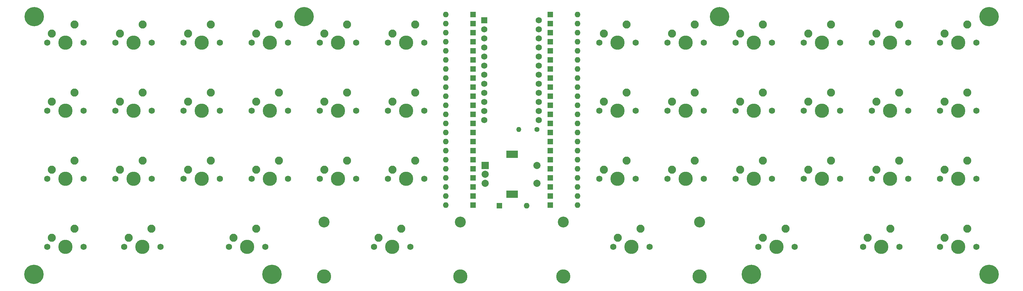
<source format=gbr>
%TF.GenerationSoftware,KiCad,Pcbnew,(6.0.7)*%
%TF.CreationDate,2022-10-09T17:02:24+02:00*%
%TF.ProjectId,skoosk,736b6f6f-736b-42e6-9b69-6361645f7063,rev?*%
%TF.SameCoordinates,Original*%
%TF.FileFunction,Soldermask,Bot*%
%TF.FilePolarity,Negative*%
%FSLAX46Y46*%
G04 Gerber Fmt 4.6, Leading zero omitted, Abs format (unit mm)*
G04 Created by KiCad (PCBNEW (6.0.7)) date 2022-10-09 17:02:24*
%MOMM*%
%LPD*%
G01*
G04 APERTURE LIST*
%ADD10R,1.600000X1.600000*%
%ADD11O,1.600000X1.600000*%
%ADD12C,1.750000*%
%ADD13C,3.987800*%
%ADD14C,2.250000*%
%ADD15R,1.752600X1.752600*%
%ADD16C,1.752600*%
%ADD17C,3.048000*%
%ADD18R,2.000000X2.000000*%
%ADD19C,2.000000*%
%ADD20R,3.200000X2.000000*%
%ADD21C,5.400000*%
%ADD22C,1.400000*%
%ADD23O,1.400000X1.400000*%
G04 APERTURE END LIST*
D10*
%TO.C,D28*%
X128270000Y-51689000D03*
D11*
X120650000Y-51689000D03*
%TD*%
D12*
%TO.C,MX30*%
X114681000Y-59563000D03*
X104521000Y-59563000D03*
D13*
X109601000Y-59563000D03*
D14*
X105791000Y-57023000D03*
X112141000Y-54483000D03*
%TD*%
D15*
%TO.C,U1*%
X131445000Y-15194700D03*
D16*
X131445000Y-17734700D03*
X131445000Y-20274700D03*
X131445000Y-22814700D03*
X131445000Y-25354700D03*
X131445000Y-27894700D03*
X131445000Y-30434700D03*
X131445000Y-32974700D03*
X131445000Y-35514700D03*
X131445000Y-38054700D03*
X131445000Y-40594700D03*
X131445000Y-43134700D03*
X146685000Y-43134700D03*
X146685000Y-40594700D03*
X146685000Y-38054700D03*
X146685000Y-35514700D03*
X146685000Y-32974700D03*
X146685000Y-30434700D03*
X146685000Y-27894700D03*
X146685000Y-25354700D03*
X146685000Y-22814700D03*
X146685000Y-20274700D03*
X146685000Y-17734700D03*
X146685000Y-15194700D03*
%TD*%
D12*
%TO.C,MX16*%
X76581000Y-40513000D03*
D13*
X71501000Y-40513000D03*
D12*
X66421000Y-40513000D03*
D14*
X67691000Y-37973000D03*
X74041000Y-35433000D03*
%TD*%
D10*
%TO.C,D3*%
X128270000Y-18669000D03*
D11*
X120650000Y-18669000D03*
%TD*%
D13*
%TO.C,MX14*%
X33401000Y-40513000D03*
D12*
X28321000Y-40513000D03*
X38481000Y-40513000D03*
D14*
X29591000Y-37973000D03*
X35941000Y-35433000D03*
%TD*%
D13*
%TO.C,MX44*%
X263906000Y-78613000D03*
D12*
X268986000Y-78613000D03*
X258826000Y-78613000D03*
D14*
X260096000Y-76073000D03*
X266446000Y-73533000D03*
%TD*%
D12*
%TO.C,MX28*%
X76581000Y-59563000D03*
X66421000Y-59563000D03*
D13*
X71501000Y-59563000D03*
D14*
X67691000Y-57023000D03*
X74041000Y-54483000D03*
%TD*%
D10*
%TO.C,D14*%
X128270000Y-31369000D03*
D11*
X120650000Y-31369000D03*
%TD*%
D10*
%TO.C,D43*%
X149860000Y-61849000D03*
D11*
X157480000Y-61849000D03*
%TD*%
D13*
%TO.C,MX41*%
X191643000Y-86868000D03*
X172593000Y-78613000D03*
D12*
X177673000Y-78613000D03*
D13*
X153543000Y-86868000D03*
D17*
X191643000Y-71628000D03*
D12*
X167513000Y-78613000D03*
D17*
X153543000Y-71628000D03*
D14*
X168783000Y-76073000D03*
X175133000Y-73533000D03*
%TD*%
D10*
%TO.C,D2*%
X128270000Y-16129000D03*
D11*
X120650000Y-16129000D03*
%TD*%
D10*
%TO.C,D23*%
X149860000Y-31369000D03*
D11*
X157480000Y-31369000D03*
%TD*%
D12*
%TO.C,MX35*%
X239776000Y-59563000D03*
D13*
X244856000Y-59563000D03*
D12*
X249936000Y-59563000D03*
D14*
X241046000Y-57023000D03*
X247396000Y-54483000D03*
%TD*%
D12*
%TO.C,MX24*%
X258826000Y-40513000D03*
X268986000Y-40513000D03*
D13*
X263906000Y-40513000D03*
D14*
X260096000Y-37973000D03*
X266446000Y-35433000D03*
%TD*%
D13*
%TO.C,MX43*%
X242443000Y-78613000D03*
D12*
X237363000Y-78613000D03*
X247523000Y-78613000D03*
D14*
X238633000Y-76073000D03*
X244983000Y-73533000D03*
%TD*%
D18*
%TO.C,SW2*%
X131692000Y-55793000D03*
D19*
X131692000Y-60793000D03*
X131692000Y-58293000D03*
D20*
X139192000Y-52693000D03*
X139192000Y-63893000D03*
D19*
X146192000Y-60793000D03*
X146192000Y-55793000D03*
%TD*%
D21*
%TO.C,H1*%
X5588000Y-14147800D03*
%TD*%
D10*
%TO.C,D6*%
X128270000Y-26289000D03*
D11*
X120650000Y-26289000D03*
%TD*%
D13*
%TO.C,MX26*%
X33401000Y-59563000D03*
D12*
X28321000Y-59563000D03*
X38481000Y-59563000D03*
D14*
X29591000Y-57023000D03*
X35941000Y-54483000D03*
%TD*%
D21*
%TO.C,H2*%
X81026000Y-14147800D03*
%TD*%
D10*
%TO.C,D34*%
X149860000Y-49149000D03*
D11*
X157480000Y-49149000D03*
%TD*%
D12*
%TO.C,MX7*%
X173736000Y-21463000D03*
D13*
X168656000Y-21463000D03*
D12*
X163576000Y-21463000D03*
D14*
X164846000Y-18923000D03*
X171196000Y-16383000D03*
%TD*%
D13*
%TO.C,MX5*%
X90551000Y-21463000D03*
D12*
X95631000Y-21463000D03*
X85471000Y-21463000D03*
D14*
X86741000Y-18923000D03*
X93091000Y-16383000D03*
%TD*%
D10*
%TO.C,D5*%
X128270000Y-23749000D03*
D11*
X120650000Y-23749000D03*
%TD*%
D13*
%TO.C,MX15*%
X52451000Y-40513000D03*
D12*
X57531000Y-40513000D03*
X47371000Y-40513000D03*
D14*
X48641000Y-37973000D03*
X54991000Y-35433000D03*
%TD*%
D10*
%TO.C,D40*%
X128270000Y-66929000D03*
D11*
X120650000Y-66929000D03*
%TD*%
D10*
%TO.C,D4*%
X128270000Y-21209000D03*
D11*
X120650000Y-21209000D03*
%TD*%
D10*
%TO.C,D24*%
X149860000Y-28829000D03*
D11*
X157480000Y-28829000D03*
%TD*%
D12*
%TO.C,MX18*%
X104521000Y-40513000D03*
D13*
X109601000Y-40513000D03*
D12*
X114681000Y-40513000D03*
D14*
X105791000Y-37973000D03*
X112141000Y-35433000D03*
%TD*%
D21*
%TO.C,H7*%
X206095600Y-86283800D03*
%TD*%
D12*
%TO.C,MX21*%
X211836000Y-40513000D03*
X201676000Y-40513000D03*
D13*
X206756000Y-40513000D03*
D14*
X202946000Y-37973000D03*
X209296000Y-35433000D03*
%TD*%
D10*
%TO.C,D39*%
X128270000Y-64389000D03*
D11*
X120650000Y-64389000D03*
%TD*%
D13*
%TO.C,MX11*%
X244856000Y-21463000D03*
D12*
X249936000Y-21463000D03*
X239776000Y-21463000D03*
D14*
X241046000Y-18923000D03*
X247396000Y-16383000D03*
%TD*%
D10*
%TO.C,D27*%
X128270000Y-49149000D03*
D11*
X120650000Y-49149000D03*
%TD*%
D10*
%TO.C,D30*%
X128270000Y-56769000D03*
D11*
X120650000Y-56769000D03*
%TD*%
D10*
%TO.C,D22*%
X149860000Y-33909000D03*
D11*
X157480000Y-33909000D03*
%TD*%
D10*
%TO.C,D18*%
X128270000Y-41529000D03*
D11*
X120650000Y-41529000D03*
%TD*%
D12*
%TO.C,MX40*%
X110744000Y-78613000D03*
X100584000Y-78613000D03*
D13*
X105664000Y-78613000D03*
X86614000Y-86868000D03*
D17*
X86614000Y-71628000D03*
D13*
X124714000Y-86868000D03*
D17*
X124714000Y-71628000D03*
D14*
X101854000Y-76073000D03*
X108204000Y-73533000D03*
%TD*%
D10*
%TO.C,D21*%
X149860000Y-36449000D03*
D11*
X157480000Y-36449000D03*
%TD*%
D10*
%TO.C,D36*%
X149860000Y-44069000D03*
D11*
X157480000Y-44069000D03*
%TD*%
D13*
%TO.C,MX10*%
X225806000Y-21463000D03*
D12*
X220726000Y-21463000D03*
X230886000Y-21463000D03*
D14*
X221996000Y-18923000D03*
X228346000Y-16383000D03*
%TD*%
D10*
%TO.C,D31*%
X149860000Y-56769000D03*
D11*
X157480000Y-56769000D03*
%TD*%
D10*
%TO.C,D32*%
X149860000Y-54229000D03*
D11*
X157480000Y-54229000D03*
%TD*%
D13*
%TO.C,MX4*%
X71501000Y-21463000D03*
D12*
X76581000Y-21463000D03*
X66421000Y-21463000D03*
D14*
X67691000Y-18923000D03*
X74041000Y-16383000D03*
%TD*%
D21*
%TO.C,H3*%
X197205600Y-14147800D03*
%TD*%
D12*
%TO.C,MX32*%
X182626000Y-59563000D03*
D13*
X187706000Y-59563000D03*
D12*
X192786000Y-59563000D03*
D14*
X183896000Y-57023000D03*
X190246000Y-54483000D03*
%TD*%
D12*
%TO.C,MX22*%
X230886000Y-40513000D03*
D13*
X225806000Y-40513000D03*
D12*
X220726000Y-40513000D03*
D14*
X221996000Y-37973000D03*
X228346000Y-35433000D03*
%TD*%
D22*
%TO.C,Rrgb1*%
X146177000Y-45720000D03*
D23*
X141097000Y-45720000D03*
%TD*%
D10*
%TO.C,D35*%
X149860000Y-46609000D03*
D11*
X157480000Y-46609000D03*
%TD*%
D10*
%TO.C,D12*%
X149860000Y-13589000D03*
D11*
X157480000Y-13589000D03*
%TD*%
D21*
%TO.C,H8*%
X272567400Y-86258400D03*
%TD*%
D12*
%TO.C,MX27*%
X47371000Y-59563000D03*
X57531000Y-59563000D03*
D13*
X52451000Y-59563000D03*
D14*
X48641000Y-57023000D03*
X54991000Y-54483000D03*
%TD*%
D12*
%TO.C,MX36*%
X258826000Y-59537600D03*
X268986000Y-59537600D03*
D13*
X263906000Y-59537600D03*
D14*
X260096000Y-56997600D03*
X266446000Y-54457600D03*
%TD*%
D10*
%TO.C,D9*%
X149860000Y-21209000D03*
D11*
X157480000Y-21209000D03*
%TD*%
D13*
%TO.C,MX20*%
X187706000Y-40513000D03*
D12*
X182626000Y-40513000D03*
X192786000Y-40513000D03*
D14*
X183896000Y-37973000D03*
X190246000Y-35433000D03*
%TD*%
D10*
%TO.C,D15*%
X128270000Y-33909000D03*
D11*
X120650000Y-33909000D03*
%TD*%
D10*
%TO.C,D51*%
X135636000Y-67056000D03*
D11*
X143256000Y-67056000D03*
%TD*%
D10*
%TO.C,D7*%
X149860000Y-26289000D03*
D11*
X157480000Y-26289000D03*
%TD*%
D12*
%TO.C,MX25*%
X9271000Y-59563000D03*
X19431000Y-59563000D03*
D13*
X14351000Y-59563000D03*
D14*
X10541000Y-57023000D03*
X16891000Y-54483000D03*
%TD*%
D10*
%TO.C,D33*%
X149860000Y-51689000D03*
D11*
X157480000Y-51689000D03*
%TD*%
D10*
%TO.C,D17*%
X128270000Y-38989000D03*
D11*
X120650000Y-38989000D03*
%TD*%
D10*
%TO.C,D16*%
X128270000Y-36449000D03*
D11*
X120650000Y-36449000D03*
%TD*%
D12*
%TO.C,MX42*%
X218186000Y-78613000D03*
D13*
X213106000Y-78613000D03*
D12*
X208026000Y-78613000D03*
D14*
X209296000Y-76073000D03*
X215646000Y-73533000D03*
%TD*%
D12*
%TO.C,MX33*%
X201676000Y-59563000D03*
D13*
X206756000Y-59563000D03*
D12*
X211836000Y-59563000D03*
D14*
X202946000Y-57023000D03*
X209296000Y-54483000D03*
%TD*%
D12*
%TO.C,MX38*%
X40894000Y-78613000D03*
D13*
X35814000Y-78613000D03*
D12*
X30734000Y-78613000D03*
D14*
X32004000Y-76073000D03*
X38354000Y-73533000D03*
%TD*%
D13*
%TO.C,MX13*%
X14325600Y-40513000D03*
D12*
X9245600Y-40513000D03*
X19405600Y-40513000D03*
D14*
X10515600Y-37973000D03*
X16865600Y-35433000D03*
%TD*%
D10*
%TO.C,D42*%
X149860000Y-64389000D03*
D11*
X157480000Y-64389000D03*
%TD*%
D12*
%TO.C,MX6*%
X104521000Y-21463000D03*
D13*
X109601000Y-21463000D03*
D12*
X114681000Y-21463000D03*
D14*
X105791000Y-18923000D03*
X112141000Y-16383000D03*
%TD*%
D12*
%TO.C,MX3*%
X47371000Y-21463000D03*
X57531000Y-21463000D03*
D13*
X52451000Y-21463000D03*
D14*
X48641000Y-18923000D03*
X54991000Y-16383000D03*
%TD*%
D21*
%TO.C,H6*%
X72059800Y-86283800D03*
%TD*%
D12*
%TO.C,MX2*%
X38481000Y-21463000D03*
D13*
X33401000Y-21463000D03*
D12*
X28321000Y-21463000D03*
D14*
X29591000Y-18923000D03*
X35941000Y-16383000D03*
%TD*%
D12*
%TO.C,MX17*%
X85471000Y-40513000D03*
X95631000Y-40513000D03*
D13*
X90551000Y-40513000D03*
D14*
X86741000Y-37973000D03*
X93091000Y-35433000D03*
%TD*%
D10*
%TO.C,D11*%
X149860000Y-16129000D03*
D11*
X157480000Y-16129000D03*
%TD*%
D12*
%TO.C,MX1*%
X19405600Y-21463000D03*
X9245600Y-21463000D03*
D13*
X14325600Y-21463000D03*
D14*
X10515600Y-18923000D03*
X16865600Y-16383000D03*
%TD*%
D10*
%TO.C,D25*%
X128270000Y-44069000D03*
D11*
X120650000Y-44069000D03*
%TD*%
D13*
%TO.C,MX37*%
X14351000Y-78613000D03*
D12*
X9271000Y-78613000D03*
X19431000Y-78613000D03*
D14*
X10541000Y-76073000D03*
X16891000Y-73533000D03*
%TD*%
D12*
%TO.C,MX39*%
X60071000Y-78613000D03*
X70231000Y-78613000D03*
D13*
X65151000Y-78613000D03*
D14*
X61341000Y-76073000D03*
X67691000Y-73533000D03*
%TD*%
D10*
%TO.C,D19*%
X149860000Y-41529000D03*
D11*
X157480000Y-41529000D03*
%TD*%
D10*
%TO.C,D8*%
X149860000Y-23749000D03*
D11*
X157480000Y-23749000D03*
%TD*%
D21*
%TO.C,H4*%
X272592800Y-14173200D03*
%TD*%
D13*
%TO.C,MX23*%
X244856000Y-40513000D03*
D12*
X239776000Y-40513000D03*
X249936000Y-40513000D03*
D14*
X241046000Y-37973000D03*
X247396000Y-35433000D03*
%TD*%
D10*
%TO.C,D44*%
X149860000Y-59309000D03*
D11*
X157480000Y-59309000D03*
%TD*%
D12*
%TO.C,MX9*%
X201676000Y-21463000D03*
D13*
X206756000Y-21463000D03*
D12*
X211836000Y-21463000D03*
D14*
X202946000Y-18923000D03*
X209296000Y-16383000D03*
%TD*%
D10*
%TO.C,D20*%
X149860000Y-38989000D03*
D11*
X157480000Y-38989000D03*
%TD*%
D12*
%TO.C,MX34*%
X230886000Y-59563000D03*
X220726000Y-59563000D03*
D13*
X225806000Y-59563000D03*
D14*
X221996000Y-57023000D03*
X228346000Y-54483000D03*
%TD*%
D10*
%TO.C,D26*%
X128270000Y-46609000D03*
D11*
X120650000Y-46609000D03*
%TD*%
D10*
%TO.C,D1*%
X128270000Y-13589000D03*
D11*
X120650000Y-13589000D03*
%TD*%
D10*
%TO.C,D13*%
X128270000Y-28829000D03*
D11*
X120650000Y-28829000D03*
%TD*%
D12*
%TO.C,MX19*%
X173736000Y-40513000D03*
D13*
X168656000Y-40513000D03*
D12*
X163576000Y-40513000D03*
D14*
X164846000Y-37973000D03*
X171196000Y-35433000D03*
%TD*%
D10*
%TO.C,D29*%
X128270000Y-54229000D03*
D11*
X120650000Y-54229000D03*
%TD*%
D12*
%TO.C,MX12*%
X268986000Y-21463000D03*
X258826000Y-21463000D03*
D13*
X263906000Y-21463000D03*
D14*
X260096000Y-18923000D03*
X266446000Y-16383000D03*
%TD*%
D10*
%TO.C,D10*%
X149860000Y-18669000D03*
D11*
X157480000Y-18669000D03*
%TD*%
D10*
%TO.C,D41*%
X149860000Y-66929000D03*
D11*
X157480000Y-66929000D03*
%TD*%
D12*
%TO.C,MX31*%
X163576000Y-59563000D03*
X173736000Y-59563000D03*
D13*
X168656000Y-59563000D03*
D14*
X164846000Y-57023000D03*
X171196000Y-54483000D03*
%TD*%
D10*
%TO.C,D37*%
X128270000Y-59309000D03*
D11*
X120650000Y-59309000D03*
%TD*%
D12*
%TO.C,MX29*%
X95631000Y-59563000D03*
X85471000Y-59563000D03*
D13*
X90551000Y-59563000D03*
D14*
X86741000Y-57023000D03*
X93091000Y-54483000D03*
%TD*%
D13*
%TO.C,MX8*%
X187706000Y-21463000D03*
D12*
X182626000Y-21463000D03*
X192786000Y-21463000D03*
D14*
X183896000Y-18923000D03*
X190246000Y-16383000D03*
%TD*%
D21*
%TO.C,H5*%
X5562600Y-86309200D03*
%TD*%
D10*
%TO.C,D38*%
X128270000Y-61849000D03*
D11*
X120650000Y-61849000D03*
%TD*%
M02*

</source>
